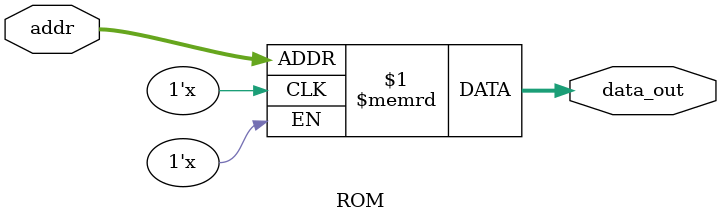
<source format=v>
module ROM
 (
        addr,
        data_out
    );

    input [64-1:0] addr;
    output [31:0] data_out;

    reg [31:0] my_rom [0 : 1576-1];
    
    
    assign data_out = my_rom[addr];

endmodule
</source>
